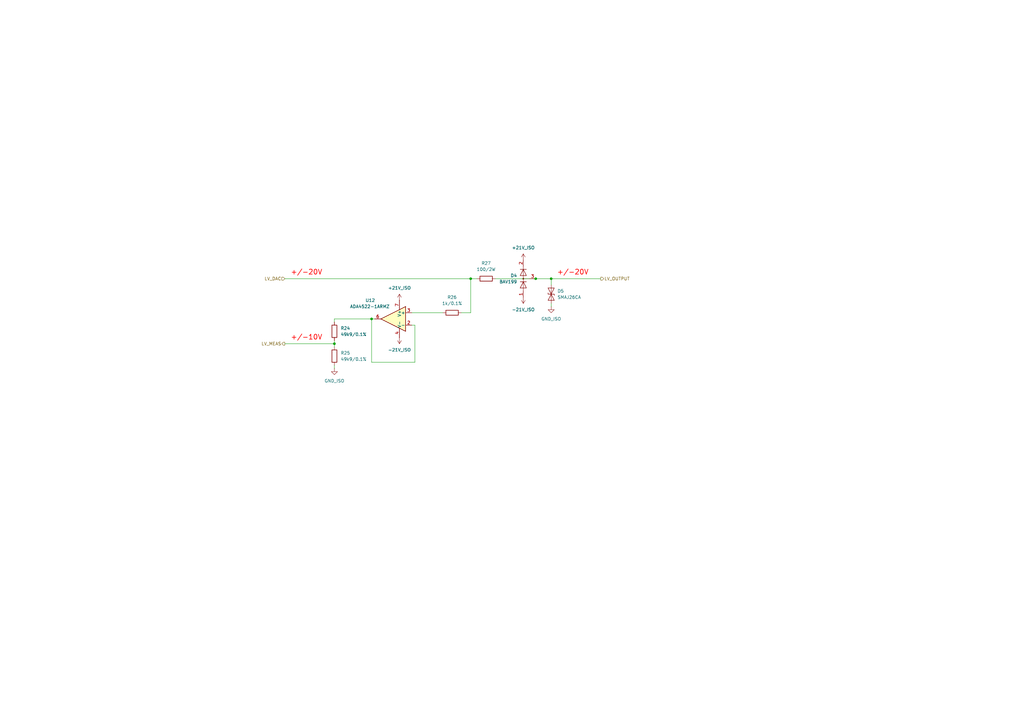
<source format=kicad_sch>
(kicad_sch (version 20250114) (generator "eeschema") (generator_version "9.0")
  (paper "A3")
  (lib_symbols
    (symbol "Amplifier_Operational:ADA4522-1" (pin_names (offset 0.127))
      (property "Reference" "U" (at 0 6.35 0))
      (property "Value" "ADA4522-1" (at 0 3.81 0))
      (symbol "ADA4522-1_0_1"
        (polyline (pts (xy -5.08 5.08) (xy 5.08 0) (xy -5.08 -5.08) (xy -5.08 5.08)) (stroke (width 0.254)) (fill (type background)))
      )
      (symbol "ADA4522-1_1_1"
        (pin input line (at -7.62 2.54 0) (length 2.54) (name "+") (number "3"))
        (pin input line (at -7.62 -2.54 0) (length 2.54) (name "-") (number "2"))
        (pin power_in line (at -2.54 7.62 270) (length 3.81) (name "V+") (number "7"))
        (pin no_connect line (at -2.54 2.54 270) (length 2.54) (hide yes) (name "NC") (number "1"))
        (pin power_in line (at -2.54 -7.62 90) (length 3.81) (name "V-") (number "4"))
        (pin no_connect line (at 0 2.54 270) (length 2.54) (hide yes) (name "NC") (number "5"))
        (pin no_connect line (at 0 -2.54 90) (length 2.54) (hide yes) (name "NC") (number "8"))
        (pin output line (at 7.62 0 180) (length 2.54) (name "~") (number "6"))
      )
    )
    (symbol "Device:R" (pin_numbers (hide yes)) (pin_names (offset 0))
      (property "Reference" "R" (at 2.032 0 90))
      (property "Value" "R" (at 0 0 90))
      (symbol "R_0_1"
        (rectangle (start -1.016 -2.54) (end 1.016 2.54) (stroke (width 0.254)))
      )
      (symbol "R_1_1"
        (pin passive line (at 0 3.81 270) (length 1.27) (name "~") (number "1"))
        (pin passive line (at 0 -3.81 90) (length 1.27) (name "~") (number "2"))
      )
    )
    (symbol "Diode:BAV99" (pin_names (hide yes))
      (property "Reference" "D" (at 0 5.08 0))
      (property "Value" "BAV99" (at 0 2.54 0))
      (symbol "BAV99_0_1"
        (polyline (pts (xy -5.08 0) (xy 5.08 0)))
      )
      (symbol "BAV99_1_1"
        (polyline (pts (xy -3.81 1.27) (xy -1.27 0) (xy -3.81 -1.27) (xy -3.81 1.27) (xy -3.81 1.27) (xy -3.81 1.27)) (stroke (width 0.2032)))
        (polyline (pts (xy -1.27 -1.27) (xy -1.27 1.27) (xy -1.27 1.27)) (stroke (width 0.2032)))
        (polyline (pts (xy 0 0) (xy 0 -2.54)))
        (circle (center 0 0) (radius 0.254) (fill (type outline)))
        (polyline (pts (xy 1.27 1.27) (xy 3.81 0) (xy 1.27 -1.27) (xy 1.27 1.27) (xy 1.27 1.27) (xy 1.27 1.27)) (stroke (width 0.2032)))
        (polyline (pts (xy 3.81 1.27) (xy 3.81 -1.27) (xy 3.81 -1.27)) (stroke (width 0.2032)))
        (pin passive line (at -7.62 0 0) (length 2.54) (name "K") (number "1"))
        (pin passive line (at 0 -5.08 90) (length 2.54) (name "K") (number "3"))
        (pin passive line (at 7.62 0 180) (length 2.54) (name "A") (number "2"))
      )
    )
    (symbol "Diode:SMAJ26CA" (pin_numbers (hide yes)) (pin_names (offset 1.016) (hide yes))
      (property "Reference" "D" (at 0 2.54 0))
      (property "Value" "SMAJ26CA" (at 0 -2.54 0))
      (symbol "SMAJ26CA_0_1"
        (polyline (pts (xy -2.54 -1.27) (xy 0 0) (xy -2.54 1.27) (xy -2.54 -1.27)) (stroke (width 0.2032)))
        (polyline (pts (xy 0.508 1.27) (xy 0 1.27) (xy 0 -1.27) (xy -0.508 -1.27)) (stroke (width 0.2032)))
        (polyline (pts (xy 1.27 0) (xy -1.27 0)))
        (polyline (pts (xy 2.54 1.27) (xy 2.54 -1.27) (xy 0 0) (xy 2.54 1.27)) (stroke (width 0.2032)))
      )
      (symbol "SMAJ26CA_1_1"
        (pin passive line (at -3.81 0 0) (length 2.54) (name "A1") (number "1"))
        (pin passive line (at 3.81 0 180) (length 2.54) (name "A2") (number "2"))
      )
    )
    (symbol "ETH1CVOLT_A:+21V_ISO" (power) (pin_numbers (hide yes)) (pin_names (offset 0) (hide yes))
      (property "Value" "+21V_ISO" (at 0 3.556 0))
      (symbol "+21V_ISO_0_1"
        (polyline (pts (xy -0.762 1.27) (xy 0 2.54)))
        (polyline (pts (xy 0 2.54) (xy 0.762 1.27)))
        (polyline (pts (xy 0 0) (xy 0 2.54)))
      )
      (symbol "+21V_ISO_1_1"
        (pin power_in line (at 0 0 90) (length 0) (name "~") (number "1"))
      )
    )
    (symbol "ETH1CVOLT_A:-21V_ISO" (power) (pin_numbers (hide yes)) (pin_names (offset 0) (hide yes))
      (property "Value" "-21V_ISO" (at 0 3.556 0))
      (symbol "-21V_ISO_0_1"
        (polyline (pts (xy -0.762 1.27) (xy 0 2.54)))
        (polyline (pts (xy 0 2.54) (xy 0.762 1.27)))
        (polyline (pts (xy 0 0) (xy 0 2.54)))
      )
      (symbol "-21V_ISO_1_1"
        (pin power_in line (at 0 0 90) (length 0) (name "~") (number "1"))
      )
    )
    (symbol "ETH1CVOLT_A:GND_ISO" (power) (pin_numbers (hide yes)) (pin_names (offset 0) (hide yes))
      (property "Value" "GND_ISO" (at 0 -3.81 0))
      (symbol "GND_ISO_0_1"
        (polyline (pts (xy 0 0) (xy 0 -1.27) (xy 1.27 -1.27) (xy 0 -2.54) (xy -1.27 -1.27) (xy 0 -1.27)))
      )
      (symbol "GND_ISO_1_1"
        (pin power_in line (at 0 0 270) (length 0) (name "~") (number "1"))
      )
    )
  )
  (text "+/-10V" (at 125.73 138.43 0) (effects (font (size 2.032 2.032) (thickness 0.254) (bold yes))))
  (text "+/-20V" (at 125.73 111.76 0) (effects (font (size 2.032 2.032) (thickness 0.254) (bold yes))))
  (text "+/-20V" (at 234.95 111.76 0) (effects (font (size 2.032 2.032) (thickness 0.254) (bold yes))))
  (junction (at 152.4 130.81))
  (junction (at 226.06 114.3))
  (junction (at 219.71 114.3))
  (junction (at 193.04 114.3))
  (junction (at 137.16 140.97))
  (wire (pts (xy 137.16 139.7) (xy 137.16 140.97)))
  (wire (pts (xy 189.23 128.27) (xy 193.04 128.27)))
  (wire (pts (xy 168.91 128.27) (xy 181.61 128.27)))
  (wire (pts (xy 137.16 140.97) (xy 137.16 142.24)))
  (wire (pts (xy 137.16 149.86) (xy 137.16 151.13)))
  (wire (pts (xy 152.4 148.59) (xy 152.4 130.81)))
  (wire (pts (xy 168.91 133.35) (xy 170.18 133.35)))
  (wire (pts (xy 170.18 148.59) (xy 152.4 148.59)))
  (wire (pts (xy 203.2 114.3) (xy 219.71 114.3)))
  (wire (pts (xy 226.06 114.3) (xy 246.38 114.3)))
  (wire (pts (xy 226.06 124.46) (xy 226.06 125.73)))
  (wire (pts (xy 116.84 114.3) (xy 193.04 114.3)))
  (wire (pts (xy 137.16 130.81) (xy 152.4 130.81)))
  (wire (pts (xy 170.18 133.35) (xy 170.18 148.59)))
  (wire (pts (xy 193.04 114.3) (xy 195.58 114.3)))
  (wire (pts (xy 116.84 140.97) (xy 137.16 140.97)))
  (wire (pts (xy 137.16 130.81) (xy 137.16 132.08)))
  (wire (pts (xy 193.04 114.3) (xy 193.04 128.27)))
  (wire (pts (xy 226.06 114.3) (xy 226.06 116.84)))
  (wire (pts (xy 152.4 130.81) (xy 153.67 130.81)))
  (wire (pts (xy 219.71 114.3) (xy 226.06 114.3)))
  (hierarchical_label "LV_MEAS" (shape output) (at 116.84 140.97 180))
  (hierarchical_label "LV_OUTPUT" (shape output) (at 246.38 114.3 0))
  (hierarchical_label "LV_DAC" (shape input) (at 116.84 114.3 180))
  (symbol (lib_id "Diode:BAV99") (at 214.63 114.3 90) (unit 1)
    (property "Reference" "D4" (at 212.09 113.0299 90) (effects (justify left)))
    (property "Value" "BAV199" (at 212.09 115.5699 90) (effects (justify left)))
    (property "Footprint" "Package_TO_SOT_SMD:SOT-23" (effects (hide yes)))
    (property "Datasheet" "https://assets.nexperia.com/documents/data-sheet/BAV99_SER.pdf" (effects (hide yes)))
    (property "Description" "BAV99 High-speed switching diodes, SOT-23" (effects (hide yes)))
  )
  (symbol (lib_id "Device:R") (at 137.16 135.89 0) (unit 1)
    (property "Reference" "R24" (at 139.7 134.6199 0) (effects (justify left)))
    (property "Value" "49k9/0.1%" (at 139.7 137.1599 0) (effects (justify left)))
    (property "Footprint" "Resistor_SMD:R_0603_1608Metric_Pad0.98x0.95mm_HandSolder" (effects (hide yes)))
    (property "Description" "Resistor" (effects (hide yes)))
  )
  (symbol (lib_id "ETH1CVOLT_A:-21V_ISO") (at 214.63 121.92 180) (unit 1)
    (property "Reference" "#PWR060" (effects (hide yes)))
    (property "Value" "-21V_ISO" (at 214.63 127 0))
    (property "Description" "Power symbol" (effects (hide yes)))
  )
  (symbol (lib_id "Amplifier_Operational:ADA4522-1") (at 161.29 130.81 0) (mirror y) (unit 1)
    (property "Reference" "U12" (at 149.86 123.19 0) (effects (justify right)))
    (property "Value" "ADA4522-1ARMZ" (at 143.51 125.73 0) (effects (justify right)))
    (property "Footprint" "Package_SO:MSOP-8_3x3mm_P0.65mm" (effects (hide yes)))
    (property "Datasheet" "https://www.analog.com/media/en/technical-documentation/data-sheets/ada4522-1_4522-2_4522-4.pdf" (effects (hide yes)))
    (property "Description" "55 V supply, 5uV max Vos, 3MHz GBW, EMI Enhanced, Zero Drift, 5.8 nV/√Hz, RRO single operational amplifier" (effects (hide yes)))
  )
  (symbol (lib_id "ETH1CVOLT_A:-21V_ISO") (at 163.83 138.43 180) (unit 1)
    (property "Reference" "#PWR058" (effects (hide yes)))
    (property "Value" "-21V_ISO" (at 163.83 143.51 0))
    (property "Description" "Power symbol" (effects (hide yes)))
  )
  (symbol (lib_id "ETH1CVOLT_A:GND_ISO") (at 226.06 125.73 0) (unit 1)
    (property "Reference" "#PWR061" (effects (hide yes)))
    (property "Value" "GND_ISO" (at 226.06 130.81 0))
    (property "Description" "Power symbol creates a global label with name \"GND\" , ground" (effects (hide yes)))
  )
  (symbol (lib_id "Device:R") (at 199.39 114.3 90) (unit 1)
    (property "Reference" "R27" (at 199.39 107.95 90))
    (property "Value" "100/2W" (at 199.39 110.49 90))
    (property "Description" "Resistor" (effects (hide yes)))
  )
  (symbol (lib_id "Device:R") (at 185.42 128.27 90) (unit 1)
    (property "Reference" "R26" (at 185.42 121.92 90))
    (property "Value" "1k/0.1%" (at 185.42 124.46 90))
    (property "Footprint" "Resistor_SMD:R_0603_1608Metric_Pad0.98x0.95mm_HandSolder" (effects (hide yes)))
    (property "Description" "Resistor" (effects (hide yes)))
  )
  (symbol (lib_id "Diode:SMAJ26CA") (at 226.06 120.65 90) (unit 1)
    (property "Reference" "D5" (at 228.6 119.3799 90) (effects (justify right)))
    (property "Value" "SMAJ26CA" (at 228.6 121.9199 90) (effects (justify right)))
    (property "Footprint" "Diode_SMD:D_SMA" (effects (hide yes)))
    (property "Datasheet" "https://www.littelfuse.com/media?resourcetype=datasheets&itemid=75e32973-b177-4ee3-a0ff-cedaf1abdb93&filename=smaj-datasheet" (effects (hide yes)))
    (property "Description" "400W bidirectional Transient Voltage Suppressor, 26.0Vr, SMA(DO-214AC)" (effects (hide yes)))
  )
  (symbol (lib_id "ETH1CVOLT_A:GND_ISO") (at 137.16 151.13 0) (mirror y) (unit 1)
    (property "Reference" "#PWR056" (effects (hide yes)))
    (property "Value" "GND_ISO" (at 137.16 156.21 0))
    (property "Description" "Power symbol creates a global label with name \"GND\" , ground" (effects (hide yes)))
  )
  (symbol (lib_id "ETH1CVOLT_A:+21V_ISO") (at 163.83 123.19 0) (unit 1)
    (property "Reference" "#PWR057" (effects (hide yes)))
    (property "Value" "+21V_ISO" (at 163.83 118.11 0))
    (property "Description" "Power symbol" (effects (hide yes)))
  )
  (symbol (lib_id "ETH1CVOLT_A:+21V_ISO") (at 214.63 106.68 0) (unit 1)
    (property "Reference" "#PWR059" (effects (hide yes)))
    (property "Value" "+21V_ISO" (at 214.63 101.6 0))
    (property "Description" "Power symbol" (effects (hide yes)))
  )
  (symbol (lib_id "Device:R") (at 137.16 146.05 0) (unit 1)
    (property "Reference" "R25" (at 139.7 144.7799 0) (effects (justify left)))
    (property "Value" "49k9/0.1%" (at 139.7 147.3199 0) (effects (justify left)))
    (property "Footprint" "Resistor_SMD:R_0603_1608Metric_Pad0.98x0.95mm_HandSolder" (effects (hide yes)))
    (property "Description" "Resistor" (effects (hide yes)))
  )
)
</source>
